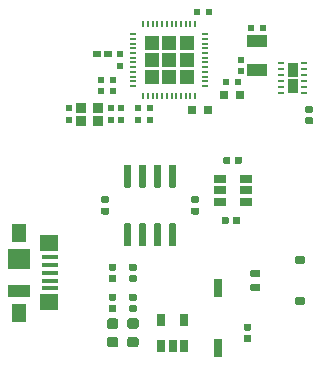
<source format=gbr>
G04 #@! TF.GenerationSoftware,KiCad,Pcbnew,(5.1.5)-3*
G04 #@! TF.CreationDate,2020-06-21T07:00:24-05:00*
G04 #@! TF.ProjectId,nrf52832_qfax-PcbDoc,6e726635-3238-4333-925f-716661782d50,rev?*
G04 #@! TF.SameCoordinates,Original*
G04 #@! TF.FileFunction,Paste,Top*
G04 #@! TF.FilePolarity,Positive*
%FSLAX46Y46*%
G04 Gerber Fmt 4.6, Leading zero omitted, Abs format (unit mm)*
G04 Created by KiCad (PCBNEW (5.1.5)-3) date 2020-06-21 07:00:24*
%MOMM*%
%LPD*%
G04 APERTURE LIST*
%ADD10O,0.650000X0.200000*%
%ADD11O,0.200000X0.650000*%
%ADD12R,1.170000X1.170000*%
%ADD13R,1.900000X1.000000*%
%ADD14R,1.900000X1.800000*%
%ADD15R,1.300000X1.650000*%
%ADD16R,1.550000X1.425000*%
%ADD17R,1.380000X0.450000*%
%ADD18R,0.760000X1.600000*%
%ADD19R,0.600000X0.500000*%
%ADD20R,0.500000X0.600000*%
%ADD21R,0.950000X0.850000*%
%ADD22R,1.800000X1.000000*%
%ADD23R,0.750000X0.800000*%
%ADD24R,0.650000X0.500000*%
%ADD25R,1.060000X0.650000*%
%ADD26R,0.650000X1.060000*%
%ADD27C,0.100000*%
%ADD28R,0.500000X0.250000*%
%ADD29R,0.950000X1.170000*%
G04 APERTURE END LIST*
D10*
X102434060Y-73086620D03*
X102434060Y-72686620D03*
X102434060Y-72286620D03*
X102434060Y-71886620D03*
X102434060Y-71486620D03*
X102434060Y-71086620D03*
X102434060Y-70686620D03*
X102434060Y-70286620D03*
X102434060Y-69886620D03*
X102434060Y-69486620D03*
X102434060Y-69086620D03*
X102434060Y-68686620D03*
D11*
X101609070Y-67861620D03*
X101209070Y-67861620D03*
X100809060Y-67861620D03*
X100409070Y-67861620D03*
X100009070Y-67861620D03*
X99609060Y-67861620D03*
X99209060Y-67861620D03*
X98809060Y-67861620D03*
X98409060Y-67861620D03*
X98009060Y-67861620D03*
X97609060Y-67861620D03*
X97209060Y-67861620D03*
D10*
X96384060Y-68686620D03*
X96384060Y-69086620D03*
X96384060Y-69486620D03*
X96384060Y-69886620D03*
X96384060Y-70286620D03*
X96384060Y-70686620D03*
X96384060Y-71086620D03*
X96384060Y-71486620D03*
X96384060Y-71886620D03*
X96384060Y-72286620D03*
X96384060Y-72686620D03*
X96384060Y-73086620D03*
D11*
X97209060Y-73911620D03*
X97609070Y-73911620D03*
X98009060Y-73911620D03*
X98409060Y-73911620D03*
X98809070Y-73911620D03*
X99209060Y-73911620D03*
X99609070Y-73911620D03*
X100009070Y-73911620D03*
X100409070Y-73911620D03*
X100809070Y-73911620D03*
X101209070Y-73911620D03*
X101609070Y-73911620D03*
D12*
X99409060Y-70886620D03*
X100879060Y-70886620D03*
X97939060Y-70886620D03*
X99409060Y-69416620D03*
X100879060Y-69416620D03*
X97939060Y-69416620D03*
X100879060Y-72356620D03*
X99409060Y-72356620D03*
X97939060Y-72356620D03*
D13*
X86684000Y-90450000D03*
D14*
X86684000Y-87750000D03*
D15*
X86684000Y-92275000D03*
X86684000Y-85525000D03*
D16*
X89259000Y-91387500D03*
X89259000Y-86412500D03*
D17*
X89344000Y-90200000D03*
X89344000Y-89550000D03*
X89344000Y-88900000D03*
X89344000Y-88250000D03*
X89344000Y-87600000D03*
D18*
X103505000Y-95250000D03*
X103505000Y-90170000D03*
D19*
X94625860Y-73502820D03*
X93625860Y-73502820D03*
D20*
X90921620Y-74984210D03*
X90921620Y-75984210D03*
D19*
X104243050Y-72766220D03*
X105243050Y-72766220D03*
D20*
X97754140Y-74986420D03*
X97754140Y-75986420D03*
X95366620Y-74984210D03*
X95366620Y-75984210D03*
D21*
X93424620Y-74909210D03*
X93424620Y-76059210D03*
X91974620Y-76059210D03*
X91974620Y-74909210D03*
D19*
X101753850Y-66797220D03*
X102753850Y-66797220D03*
X106376650Y-68194220D03*
X107376650Y-68194220D03*
D22*
X106876660Y-71755610D03*
X106876660Y-69255610D03*
D23*
X101320940Y-75103150D03*
X102670940Y-75103150D03*
D19*
X94625870Y-72613820D03*
X93625870Y-72613820D03*
D20*
X96788940Y-75984150D03*
X96788940Y-74984150D03*
X94477620Y-75984210D03*
X94477620Y-74984210D03*
X95218060Y-70386620D03*
X95218060Y-71386620D03*
D23*
X105418060Y-73807620D03*
X104068060Y-73807620D03*
D24*
X93320660Y-70378620D03*
X94270660Y-70378620D03*
D20*
X105454260Y-71843820D03*
X105454260Y-70843820D03*
D25*
X105875000Y-82865000D03*
X105875000Y-81915000D03*
X105875000Y-80965000D03*
X103675000Y-80965000D03*
X103675000Y-82865000D03*
X103675000Y-81915000D03*
D26*
X98745000Y-95080000D03*
X99695000Y-95080000D03*
X100645000Y-95080000D03*
X100645000Y-92880000D03*
X98745000Y-92880000D03*
D27*
G36*
X105421958Y-79055710D02*
G01*
X105436276Y-79057834D01*
X105450317Y-79061351D01*
X105463946Y-79066228D01*
X105477031Y-79072417D01*
X105489447Y-79079858D01*
X105501073Y-79088481D01*
X105511798Y-79098202D01*
X105521519Y-79108927D01*
X105530142Y-79120553D01*
X105537583Y-79132969D01*
X105543772Y-79146054D01*
X105548649Y-79159683D01*
X105552166Y-79173724D01*
X105554290Y-79188042D01*
X105555000Y-79202500D01*
X105555000Y-79547500D01*
X105554290Y-79561958D01*
X105552166Y-79576276D01*
X105548649Y-79590317D01*
X105543772Y-79603946D01*
X105537583Y-79617031D01*
X105530142Y-79629447D01*
X105521519Y-79641073D01*
X105511798Y-79651798D01*
X105501073Y-79661519D01*
X105489447Y-79670142D01*
X105477031Y-79677583D01*
X105463946Y-79683772D01*
X105450317Y-79688649D01*
X105436276Y-79692166D01*
X105421958Y-79694290D01*
X105407500Y-79695000D01*
X105112500Y-79695000D01*
X105098042Y-79694290D01*
X105083724Y-79692166D01*
X105069683Y-79688649D01*
X105056054Y-79683772D01*
X105042969Y-79677583D01*
X105030553Y-79670142D01*
X105018927Y-79661519D01*
X105008202Y-79651798D01*
X104998481Y-79641073D01*
X104989858Y-79629447D01*
X104982417Y-79617031D01*
X104976228Y-79603946D01*
X104971351Y-79590317D01*
X104967834Y-79576276D01*
X104965710Y-79561958D01*
X104965000Y-79547500D01*
X104965000Y-79202500D01*
X104965710Y-79188042D01*
X104967834Y-79173724D01*
X104971351Y-79159683D01*
X104976228Y-79146054D01*
X104982417Y-79132969D01*
X104989858Y-79120553D01*
X104998481Y-79108927D01*
X105008202Y-79098202D01*
X105018927Y-79088481D01*
X105030553Y-79079858D01*
X105042969Y-79072417D01*
X105056054Y-79066228D01*
X105069683Y-79061351D01*
X105083724Y-79057834D01*
X105098042Y-79055710D01*
X105112500Y-79055000D01*
X105407500Y-79055000D01*
X105421958Y-79055710D01*
G37*
G36*
X104451958Y-79055710D02*
G01*
X104466276Y-79057834D01*
X104480317Y-79061351D01*
X104493946Y-79066228D01*
X104507031Y-79072417D01*
X104519447Y-79079858D01*
X104531073Y-79088481D01*
X104541798Y-79098202D01*
X104551519Y-79108927D01*
X104560142Y-79120553D01*
X104567583Y-79132969D01*
X104573772Y-79146054D01*
X104578649Y-79159683D01*
X104582166Y-79173724D01*
X104584290Y-79188042D01*
X104585000Y-79202500D01*
X104585000Y-79547500D01*
X104584290Y-79561958D01*
X104582166Y-79576276D01*
X104578649Y-79590317D01*
X104573772Y-79603946D01*
X104567583Y-79617031D01*
X104560142Y-79629447D01*
X104551519Y-79641073D01*
X104541798Y-79651798D01*
X104531073Y-79661519D01*
X104519447Y-79670142D01*
X104507031Y-79677583D01*
X104493946Y-79683772D01*
X104480317Y-79688649D01*
X104466276Y-79692166D01*
X104451958Y-79694290D01*
X104437500Y-79695000D01*
X104142500Y-79695000D01*
X104128042Y-79694290D01*
X104113724Y-79692166D01*
X104099683Y-79688649D01*
X104086054Y-79683772D01*
X104072969Y-79677583D01*
X104060553Y-79670142D01*
X104048927Y-79661519D01*
X104038202Y-79651798D01*
X104028481Y-79641073D01*
X104019858Y-79629447D01*
X104012417Y-79617031D01*
X104006228Y-79603946D01*
X104001351Y-79590317D01*
X103997834Y-79576276D01*
X103995710Y-79561958D01*
X103995000Y-79547500D01*
X103995000Y-79202500D01*
X103995710Y-79188042D01*
X103997834Y-79173724D01*
X104001351Y-79159683D01*
X104006228Y-79146054D01*
X104012417Y-79132969D01*
X104019858Y-79120553D01*
X104028481Y-79108927D01*
X104038202Y-79098202D01*
X104048927Y-79088481D01*
X104060553Y-79079858D01*
X104072969Y-79072417D01*
X104086054Y-79066228D01*
X104099683Y-79061351D01*
X104113724Y-79057834D01*
X104128042Y-79055710D01*
X104142500Y-79055000D01*
X104437500Y-79055000D01*
X104451958Y-79055710D01*
G37*
G36*
X94801958Y-89090710D02*
G01*
X94816276Y-89092834D01*
X94830317Y-89096351D01*
X94843946Y-89101228D01*
X94857031Y-89107417D01*
X94869447Y-89114858D01*
X94881073Y-89123481D01*
X94891798Y-89133202D01*
X94901519Y-89143927D01*
X94910142Y-89155553D01*
X94917583Y-89167969D01*
X94923772Y-89181054D01*
X94928649Y-89194683D01*
X94932166Y-89208724D01*
X94934290Y-89223042D01*
X94935000Y-89237500D01*
X94935000Y-89532500D01*
X94934290Y-89546958D01*
X94932166Y-89561276D01*
X94928649Y-89575317D01*
X94923772Y-89588946D01*
X94917583Y-89602031D01*
X94910142Y-89614447D01*
X94901519Y-89626073D01*
X94891798Y-89636798D01*
X94881073Y-89646519D01*
X94869447Y-89655142D01*
X94857031Y-89662583D01*
X94843946Y-89668772D01*
X94830317Y-89673649D01*
X94816276Y-89677166D01*
X94801958Y-89679290D01*
X94787500Y-89680000D01*
X94442500Y-89680000D01*
X94428042Y-89679290D01*
X94413724Y-89677166D01*
X94399683Y-89673649D01*
X94386054Y-89668772D01*
X94372969Y-89662583D01*
X94360553Y-89655142D01*
X94348927Y-89646519D01*
X94338202Y-89636798D01*
X94328481Y-89626073D01*
X94319858Y-89614447D01*
X94312417Y-89602031D01*
X94306228Y-89588946D01*
X94301351Y-89575317D01*
X94297834Y-89561276D01*
X94295710Y-89546958D01*
X94295000Y-89532500D01*
X94295000Y-89237500D01*
X94295710Y-89223042D01*
X94297834Y-89208724D01*
X94301351Y-89194683D01*
X94306228Y-89181054D01*
X94312417Y-89167969D01*
X94319858Y-89155553D01*
X94328481Y-89143927D01*
X94338202Y-89133202D01*
X94348927Y-89123481D01*
X94360553Y-89114858D01*
X94372969Y-89107417D01*
X94386054Y-89101228D01*
X94399683Y-89096351D01*
X94413724Y-89092834D01*
X94428042Y-89090710D01*
X94442500Y-89090000D01*
X94787500Y-89090000D01*
X94801958Y-89090710D01*
G37*
G36*
X94801958Y-88120710D02*
G01*
X94816276Y-88122834D01*
X94830317Y-88126351D01*
X94843946Y-88131228D01*
X94857031Y-88137417D01*
X94869447Y-88144858D01*
X94881073Y-88153481D01*
X94891798Y-88163202D01*
X94901519Y-88173927D01*
X94910142Y-88185553D01*
X94917583Y-88197969D01*
X94923772Y-88211054D01*
X94928649Y-88224683D01*
X94932166Y-88238724D01*
X94934290Y-88253042D01*
X94935000Y-88267500D01*
X94935000Y-88562500D01*
X94934290Y-88576958D01*
X94932166Y-88591276D01*
X94928649Y-88605317D01*
X94923772Y-88618946D01*
X94917583Y-88632031D01*
X94910142Y-88644447D01*
X94901519Y-88656073D01*
X94891798Y-88666798D01*
X94881073Y-88676519D01*
X94869447Y-88685142D01*
X94857031Y-88692583D01*
X94843946Y-88698772D01*
X94830317Y-88703649D01*
X94816276Y-88707166D01*
X94801958Y-88709290D01*
X94787500Y-88710000D01*
X94442500Y-88710000D01*
X94428042Y-88709290D01*
X94413724Y-88707166D01*
X94399683Y-88703649D01*
X94386054Y-88698772D01*
X94372969Y-88692583D01*
X94360553Y-88685142D01*
X94348927Y-88676519D01*
X94338202Y-88666798D01*
X94328481Y-88656073D01*
X94319858Y-88644447D01*
X94312417Y-88632031D01*
X94306228Y-88618946D01*
X94301351Y-88605317D01*
X94297834Y-88591276D01*
X94295710Y-88576958D01*
X94295000Y-88562500D01*
X94295000Y-88267500D01*
X94295710Y-88253042D01*
X94297834Y-88238724D01*
X94301351Y-88224683D01*
X94306228Y-88211054D01*
X94312417Y-88197969D01*
X94319858Y-88185553D01*
X94328481Y-88173927D01*
X94338202Y-88163202D01*
X94348927Y-88153481D01*
X94360553Y-88144858D01*
X94372969Y-88137417D01*
X94386054Y-88131228D01*
X94399683Y-88126351D01*
X94413724Y-88122834D01*
X94428042Y-88120710D01*
X94442500Y-88120000D01*
X94787500Y-88120000D01*
X94801958Y-88120710D01*
G37*
G36*
X106231958Y-94170710D02*
G01*
X106246276Y-94172834D01*
X106260317Y-94176351D01*
X106273946Y-94181228D01*
X106287031Y-94187417D01*
X106299447Y-94194858D01*
X106311073Y-94203481D01*
X106321798Y-94213202D01*
X106331519Y-94223927D01*
X106340142Y-94235553D01*
X106347583Y-94247969D01*
X106353772Y-94261054D01*
X106358649Y-94274683D01*
X106362166Y-94288724D01*
X106364290Y-94303042D01*
X106365000Y-94317500D01*
X106365000Y-94612500D01*
X106364290Y-94626958D01*
X106362166Y-94641276D01*
X106358649Y-94655317D01*
X106353772Y-94668946D01*
X106347583Y-94682031D01*
X106340142Y-94694447D01*
X106331519Y-94706073D01*
X106321798Y-94716798D01*
X106311073Y-94726519D01*
X106299447Y-94735142D01*
X106287031Y-94742583D01*
X106273946Y-94748772D01*
X106260317Y-94753649D01*
X106246276Y-94757166D01*
X106231958Y-94759290D01*
X106217500Y-94760000D01*
X105872500Y-94760000D01*
X105858042Y-94759290D01*
X105843724Y-94757166D01*
X105829683Y-94753649D01*
X105816054Y-94748772D01*
X105802969Y-94742583D01*
X105790553Y-94735142D01*
X105778927Y-94726519D01*
X105768202Y-94716798D01*
X105758481Y-94706073D01*
X105749858Y-94694447D01*
X105742417Y-94682031D01*
X105736228Y-94668946D01*
X105731351Y-94655317D01*
X105727834Y-94641276D01*
X105725710Y-94626958D01*
X105725000Y-94612500D01*
X105725000Y-94317500D01*
X105725710Y-94303042D01*
X105727834Y-94288724D01*
X105731351Y-94274683D01*
X105736228Y-94261054D01*
X105742417Y-94247969D01*
X105749858Y-94235553D01*
X105758481Y-94223927D01*
X105768202Y-94213202D01*
X105778927Y-94203481D01*
X105790553Y-94194858D01*
X105802969Y-94187417D01*
X105816054Y-94181228D01*
X105829683Y-94176351D01*
X105843724Y-94172834D01*
X105858042Y-94170710D01*
X105872500Y-94170000D01*
X106217500Y-94170000D01*
X106231958Y-94170710D01*
G37*
G36*
X106231958Y-93200710D02*
G01*
X106246276Y-93202834D01*
X106260317Y-93206351D01*
X106273946Y-93211228D01*
X106287031Y-93217417D01*
X106299447Y-93224858D01*
X106311073Y-93233481D01*
X106321798Y-93243202D01*
X106331519Y-93253927D01*
X106340142Y-93265553D01*
X106347583Y-93277969D01*
X106353772Y-93291054D01*
X106358649Y-93304683D01*
X106362166Y-93318724D01*
X106364290Y-93333042D01*
X106365000Y-93347500D01*
X106365000Y-93642500D01*
X106364290Y-93656958D01*
X106362166Y-93671276D01*
X106358649Y-93685317D01*
X106353772Y-93698946D01*
X106347583Y-93712031D01*
X106340142Y-93724447D01*
X106331519Y-93736073D01*
X106321798Y-93746798D01*
X106311073Y-93756519D01*
X106299447Y-93765142D01*
X106287031Y-93772583D01*
X106273946Y-93778772D01*
X106260317Y-93783649D01*
X106246276Y-93787166D01*
X106231958Y-93789290D01*
X106217500Y-93790000D01*
X105872500Y-93790000D01*
X105858042Y-93789290D01*
X105843724Y-93787166D01*
X105829683Y-93783649D01*
X105816054Y-93778772D01*
X105802969Y-93772583D01*
X105790553Y-93765142D01*
X105778927Y-93756519D01*
X105768202Y-93746798D01*
X105758481Y-93736073D01*
X105749858Y-93724447D01*
X105742417Y-93712031D01*
X105736228Y-93698946D01*
X105731351Y-93685317D01*
X105727834Y-93671276D01*
X105725710Y-93656958D01*
X105725000Y-93642500D01*
X105725000Y-93347500D01*
X105725710Y-93333042D01*
X105727834Y-93318724D01*
X105731351Y-93304683D01*
X105736228Y-93291054D01*
X105742417Y-93277969D01*
X105749858Y-93265553D01*
X105758481Y-93253927D01*
X105768202Y-93243202D01*
X105778927Y-93233481D01*
X105790553Y-93224858D01*
X105802969Y-93217417D01*
X105816054Y-93211228D01*
X105829683Y-93206351D01*
X105843724Y-93202834D01*
X105858042Y-93200710D01*
X105872500Y-93200000D01*
X106217500Y-93200000D01*
X106231958Y-93200710D01*
G37*
G36*
X94892691Y-92756053D02*
G01*
X94913926Y-92759203D01*
X94934750Y-92764419D01*
X94954962Y-92771651D01*
X94974368Y-92780830D01*
X94992781Y-92791866D01*
X95010024Y-92804654D01*
X95025930Y-92819070D01*
X95040346Y-92834976D01*
X95053134Y-92852219D01*
X95064170Y-92870632D01*
X95073349Y-92890038D01*
X95080581Y-92910250D01*
X95085797Y-92931074D01*
X95088947Y-92952309D01*
X95090000Y-92973750D01*
X95090000Y-93411250D01*
X95088947Y-93432691D01*
X95085797Y-93453926D01*
X95080581Y-93474750D01*
X95073349Y-93494962D01*
X95064170Y-93514368D01*
X95053134Y-93532781D01*
X95040346Y-93550024D01*
X95025930Y-93565930D01*
X95010024Y-93580346D01*
X94992781Y-93593134D01*
X94974368Y-93604170D01*
X94954962Y-93613349D01*
X94934750Y-93620581D01*
X94913926Y-93625797D01*
X94892691Y-93628947D01*
X94871250Y-93630000D01*
X94358750Y-93630000D01*
X94337309Y-93628947D01*
X94316074Y-93625797D01*
X94295250Y-93620581D01*
X94275038Y-93613349D01*
X94255632Y-93604170D01*
X94237219Y-93593134D01*
X94219976Y-93580346D01*
X94204070Y-93565930D01*
X94189654Y-93550024D01*
X94176866Y-93532781D01*
X94165830Y-93514368D01*
X94156651Y-93494962D01*
X94149419Y-93474750D01*
X94144203Y-93453926D01*
X94141053Y-93432691D01*
X94140000Y-93411250D01*
X94140000Y-92973750D01*
X94141053Y-92952309D01*
X94144203Y-92931074D01*
X94149419Y-92910250D01*
X94156651Y-92890038D01*
X94165830Y-92870632D01*
X94176866Y-92852219D01*
X94189654Y-92834976D01*
X94204070Y-92819070D01*
X94219976Y-92804654D01*
X94237219Y-92791866D01*
X94255632Y-92780830D01*
X94275038Y-92771651D01*
X94295250Y-92764419D01*
X94316074Y-92759203D01*
X94337309Y-92756053D01*
X94358750Y-92755000D01*
X94871250Y-92755000D01*
X94892691Y-92756053D01*
G37*
G36*
X94892691Y-94331053D02*
G01*
X94913926Y-94334203D01*
X94934750Y-94339419D01*
X94954962Y-94346651D01*
X94974368Y-94355830D01*
X94992781Y-94366866D01*
X95010024Y-94379654D01*
X95025930Y-94394070D01*
X95040346Y-94409976D01*
X95053134Y-94427219D01*
X95064170Y-94445632D01*
X95073349Y-94465038D01*
X95080581Y-94485250D01*
X95085797Y-94506074D01*
X95088947Y-94527309D01*
X95090000Y-94548750D01*
X95090000Y-94986250D01*
X95088947Y-95007691D01*
X95085797Y-95028926D01*
X95080581Y-95049750D01*
X95073349Y-95069962D01*
X95064170Y-95089368D01*
X95053134Y-95107781D01*
X95040346Y-95125024D01*
X95025930Y-95140930D01*
X95010024Y-95155346D01*
X94992781Y-95168134D01*
X94974368Y-95179170D01*
X94954962Y-95188349D01*
X94934750Y-95195581D01*
X94913926Y-95200797D01*
X94892691Y-95203947D01*
X94871250Y-95205000D01*
X94358750Y-95205000D01*
X94337309Y-95203947D01*
X94316074Y-95200797D01*
X94295250Y-95195581D01*
X94275038Y-95188349D01*
X94255632Y-95179170D01*
X94237219Y-95168134D01*
X94219976Y-95155346D01*
X94204070Y-95140930D01*
X94189654Y-95125024D01*
X94176866Y-95107781D01*
X94165830Y-95089368D01*
X94156651Y-95069962D01*
X94149419Y-95049750D01*
X94144203Y-95028926D01*
X94141053Y-95007691D01*
X94140000Y-94986250D01*
X94140000Y-94548750D01*
X94141053Y-94527309D01*
X94144203Y-94506074D01*
X94149419Y-94485250D01*
X94156651Y-94465038D01*
X94165830Y-94445632D01*
X94176866Y-94427219D01*
X94189654Y-94409976D01*
X94204070Y-94394070D01*
X94219976Y-94379654D01*
X94237219Y-94366866D01*
X94255632Y-94355830D01*
X94275038Y-94346651D01*
X94295250Y-94339419D01*
X94316074Y-94334203D01*
X94337309Y-94331053D01*
X94358750Y-94330000D01*
X94871250Y-94330000D01*
X94892691Y-94331053D01*
G37*
G36*
X96619891Y-92756053D02*
G01*
X96641126Y-92759203D01*
X96661950Y-92764419D01*
X96682162Y-92771651D01*
X96701568Y-92780830D01*
X96719981Y-92791866D01*
X96737224Y-92804654D01*
X96753130Y-92819070D01*
X96767546Y-92834976D01*
X96780334Y-92852219D01*
X96791370Y-92870632D01*
X96800549Y-92890038D01*
X96807781Y-92910250D01*
X96812997Y-92931074D01*
X96816147Y-92952309D01*
X96817200Y-92973750D01*
X96817200Y-93411250D01*
X96816147Y-93432691D01*
X96812997Y-93453926D01*
X96807781Y-93474750D01*
X96800549Y-93494962D01*
X96791370Y-93514368D01*
X96780334Y-93532781D01*
X96767546Y-93550024D01*
X96753130Y-93565930D01*
X96737224Y-93580346D01*
X96719981Y-93593134D01*
X96701568Y-93604170D01*
X96682162Y-93613349D01*
X96661950Y-93620581D01*
X96641126Y-93625797D01*
X96619891Y-93628947D01*
X96598450Y-93630000D01*
X96085950Y-93630000D01*
X96064509Y-93628947D01*
X96043274Y-93625797D01*
X96022450Y-93620581D01*
X96002238Y-93613349D01*
X95982832Y-93604170D01*
X95964419Y-93593134D01*
X95947176Y-93580346D01*
X95931270Y-93565930D01*
X95916854Y-93550024D01*
X95904066Y-93532781D01*
X95893030Y-93514368D01*
X95883851Y-93494962D01*
X95876619Y-93474750D01*
X95871403Y-93453926D01*
X95868253Y-93432691D01*
X95867200Y-93411250D01*
X95867200Y-92973750D01*
X95868253Y-92952309D01*
X95871403Y-92931074D01*
X95876619Y-92910250D01*
X95883851Y-92890038D01*
X95893030Y-92870632D01*
X95904066Y-92852219D01*
X95916854Y-92834976D01*
X95931270Y-92819070D01*
X95947176Y-92804654D01*
X95964419Y-92791866D01*
X95982832Y-92780830D01*
X96002238Y-92771651D01*
X96022450Y-92764419D01*
X96043274Y-92759203D01*
X96064509Y-92756053D01*
X96085950Y-92755000D01*
X96598450Y-92755000D01*
X96619891Y-92756053D01*
G37*
G36*
X96619891Y-94331053D02*
G01*
X96641126Y-94334203D01*
X96661950Y-94339419D01*
X96682162Y-94346651D01*
X96701568Y-94355830D01*
X96719981Y-94366866D01*
X96737224Y-94379654D01*
X96753130Y-94394070D01*
X96767546Y-94409976D01*
X96780334Y-94427219D01*
X96791370Y-94445632D01*
X96800549Y-94465038D01*
X96807781Y-94485250D01*
X96812997Y-94506074D01*
X96816147Y-94527309D01*
X96817200Y-94548750D01*
X96817200Y-94986250D01*
X96816147Y-95007691D01*
X96812997Y-95028926D01*
X96807781Y-95049750D01*
X96800549Y-95069962D01*
X96791370Y-95089368D01*
X96780334Y-95107781D01*
X96767546Y-95125024D01*
X96753130Y-95140930D01*
X96737224Y-95155346D01*
X96719981Y-95168134D01*
X96701568Y-95179170D01*
X96682162Y-95188349D01*
X96661950Y-95195581D01*
X96641126Y-95200797D01*
X96619891Y-95203947D01*
X96598450Y-95205000D01*
X96085950Y-95205000D01*
X96064509Y-95203947D01*
X96043274Y-95200797D01*
X96022450Y-95195581D01*
X96002238Y-95188349D01*
X95982832Y-95179170D01*
X95964419Y-95168134D01*
X95947176Y-95155346D01*
X95931270Y-95140930D01*
X95916854Y-95125024D01*
X95904066Y-95107781D01*
X95893030Y-95089368D01*
X95883851Y-95069962D01*
X95876619Y-95049750D01*
X95871403Y-95028926D01*
X95868253Y-95007691D01*
X95867200Y-94986250D01*
X95867200Y-94548750D01*
X95868253Y-94527309D01*
X95871403Y-94506074D01*
X95876619Y-94485250D01*
X95883851Y-94465038D01*
X95893030Y-94445632D01*
X95904066Y-94427219D01*
X95916854Y-94409976D01*
X95931270Y-94394070D01*
X95947176Y-94379654D01*
X95964419Y-94366866D01*
X95982832Y-94355830D01*
X96002238Y-94346651D01*
X96022450Y-94339419D01*
X96043274Y-94334203D01*
X96064509Y-94331053D01*
X96085950Y-94330000D01*
X96598450Y-94330000D01*
X96619891Y-94331053D01*
G37*
G36*
X106999703Y-89835722D02*
G01*
X107014264Y-89837882D01*
X107028543Y-89841459D01*
X107042403Y-89846418D01*
X107055710Y-89852712D01*
X107068336Y-89860280D01*
X107080159Y-89869048D01*
X107091066Y-89878934D01*
X107100952Y-89889841D01*
X107109720Y-89901664D01*
X107117288Y-89914290D01*
X107123582Y-89927597D01*
X107128541Y-89941457D01*
X107132118Y-89955736D01*
X107134278Y-89970297D01*
X107135000Y-89985000D01*
X107135000Y-90285000D01*
X107134278Y-90299703D01*
X107132118Y-90314264D01*
X107128541Y-90328543D01*
X107123582Y-90342403D01*
X107117288Y-90355710D01*
X107109720Y-90368336D01*
X107100952Y-90380159D01*
X107091066Y-90391066D01*
X107080159Y-90400952D01*
X107068336Y-90409720D01*
X107055710Y-90417288D01*
X107042403Y-90423582D01*
X107028543Y-90428541D01*
X107014264Y-90432118D01*
X106999703Y-90434278D01*
X106985000Y-90435000D01*
X106435000Y-90435000D01*
X106420297Y-90434278D01*
X106405736Y-90432118D01*
X106391457Y-90428541D01*
X106377597Y-90423582D01*
X106364290Y-90417288D01*
X106351664Y-90409720D01*
X106339841Y-90400952D01*
X106328934Y-90391066D01*
X106319048Y-90380159D01*
X106310280Y-90368336D01*
X106302712Y-90355710D01*
X106296418Y-90342403D01*
X106291459Y-90328543D01*
X106287882Y-90314264D01*
X106285722Y-90299703D01*
X106285000Y-90285000D01*
X106285000Y-89985000D01*
X106285722Y-89970297D01*
X106287882Y-89955736D01*
X106291459Y-89941457D01*
X106296418Y-89927597D01*
X106302712Y-89914290D01*
X106310280Y-89901664D01*
X106319048Y-89889841D01*
X106328934Y-89878934D01*
X106339841Y-89869048D01*
X106351664Y-89860280D01*
X106364290Y-89852712D01*
X106377597Y-89846418D01*
X106391457Y-89841459D01*
X106405736Y-89837882D01*
X106420297Y-89835722D01*
X106435000Y-89835000D01*
X106985000Y-89835000D01*
X106999703Y-89835722D01*
G37*
G36*
X106999703Y-88635722D02*
G01*
X107014264Y-88637882D01*
X107028543Y-88641459D01*
X107042403Y-88646418D01*
X107055710Y-88652712D01*
X107068336Y-88660280D01*
X107080159Y-88669048D01*
X107091066Y-88678934D01*
X107100952Y-88689841D01*
X107109720Y-88701664D01*
X107117288Y-88714290D01*
X107123582Y-88727597D01*
X107128541Y-88741457D01*
X107132118Y-88755736D01*
X107134278Y-88770297D01*
X107135000Y-88785000D01*
X107135000Y-89085000D01*
X107134278Y-89099703D01*
X107132118Y-89114264D01*
X107128541Y-89128543D01*
X107123582Y-89142403D01*
X107117288Y-89155710D01*
X107109720Y-89168336D01*
X107100952Y-89180159D01*
X107091066Y-89191066D01*
X107080159Y-89200952D01*
X107068336Y-89209720D01*
X107055710Y-89217288D01*
X107042403Y-89223582D01*
X107028543Y-89228541D01*
X107014264Y-89232118D01*
X106999703Y-89234278D01*
X106985000Y-89235000D01*
X106435000Y-89235000D01*
X106420297Y-89234278D01*
X106405736Y-89232118D01*
X106391457Y-89228541D01*
X106377597Y-89223582D01*
X106364290Y-89217288D01*
X106351664Y-89209720D01*
X106339841Y-89200952D01*
X106328934Y-89191066D01*
X106319048Y-89180159D01*
X106310280Y-89168336D01*
X106302712Y-89155710D01*
X106296418Y-89142403D01*
X106291459Y-89128543D01*
X106287882Y-89114264D01*
X106285722Y-89099703D01*
X106285000Y-89085000D01*
X106285000Y-88785000D01*
X106285722Y-88770297D01*
X106287882Y-88755736D01*
X106291459Y-88741457D01*
X106296418Y-88727597D01*
X106302712Y-88714290D01*
X106310280Y-88701664D01*
X106319048Y-88689841D01*
X106328934Y-88678934D01*
X106339841Y-88669048D01*
X106351664Y-88660280D01*
X106364290Y-88652712D01*
X106377597Y-88646418D01*
X106391457Y-88641459D01*
X106405736Y-88637882D01*
X106420297Y-88635722D01*
X106435000Y-88635000D01*
X106985000Y-88635000D01*
X106999703Y-88635722D01*
G37*
G36*
X110727153Y-90935843D02*
G01*
X110744141Y-90938363D01*
X110760800Y-90942535D01*
X110776970Y-90948321D01*
X110792494Y-90955664D01*
X110807225Y-90964493D01*
X110821019Y-90974723D01*
X110833744Y-90986256D01*
X110845277Y-90998981D01*
X110855507Y-91012775D01*
X110864336Y-91027506D01*
X110871679Y-91043030D01*
X110877465Y-91059200D01*
X110881637Y-91075859D01*
X110884157Y-91092847D01*
X110885000Y-91110000D01*
X110885000Y-91460000D01*
X110884157Y-91477153D01*
X110881637Y-91494141D01*
X110877465Y-91510800D01*
X110871679Y-91526970D01*
X110864336Y-91542494D01*
X110855507Y-91557225D01*
X110845277Y-91571019D01*
X110833744Y-91583744D01*
X110821019Y-91595277D01*
X110807225Y-91605507D01*
X110792494Y-91614336D01*
X110776970Y-91621679D01*
X110760800Y-91627465D01*
X110744141Y-91631637D01*
X110727153Y-91634157D01*
X110710000Y-91635000D01*
X110260000Y-91635000D01*
X110242847Y-91634157D01*
X110225859Y-91631637D01*
X110209200Y-91627465D01*
X110193030Y-91621679D01*
X110177506Y-91614336D01*
X110162775Y-91605507D01*
X110148981Y-91595277D01*
X110136256Y-91583744D01*
X110124723Y-91571019D01*
X110114493Y-91557225D01*
X110105664Y-91542494D01*
X110098321Y-91526970D01*
X110092535Y-91510800D01*
X110088363Y-91494141D01*
X110085843Y-91477153D01*
X110085000Y-91460000D01*
X110085000Y-91110000D01*
X110085843Y-91092847D01*
X110088363Y-91075859D01*
X110092535Y-91059200D01*
X110098321Y-91043030D01*
X110105664Y-91027506D01*
X110114493Y-91012775D01*
X110124723Y-90998981D01*
X110136256Y-90986256D01*
X110148981Y-90974723D01*
X110162775Y-90964493D01*
X110177506Y-90955664D01*
X110193030Y-90948321D01*
X110209200Y-90942535D01*
X110225859Y-90938363D01*
X110242847Y-90935843D01*
X110260000Y-90935000D01*
X110710000Y-90935000D01*
X110727153Y-90935843D01*
G37*
G36*
X110727153Y-87435843D02*
G01*
X110744141Y-87438363D01*
X110760800Y-87442535D01*
X110776970Y-87448321D01*
X110792494Y-87455664D01*
X110807225Y-87464493D01*
X110821019Y-87474723D01*
X110833744Y-87486256D01*
X110845277Y-87498981D01*
X110855507Y-87512775D01*
X110864336Y-87527506D01*
X110871679Y-87543030D01*
X110877465Y-87559200D01*
X110881637Y-87575859D01*
X110884157Y-87592847D01*
X110885000Y-87610000D01*
X110885000Y-87960000D01*
X110884157Y-87977153D01*
X110881637Y-87994141D01*
X110877465Y-88010800D01*
X110871679Y-88026970D01*
X110864336Y-88042494D01*
X110855507Y-88057225D01*
X110845277Y-88071019D01*
X110833744Y-88083744D01*
X110821019Y-88095277D01*
X110807225Y-88105507D01*
X110792494Y-88114336D01*
X110776970Y-88121679D01*
X110760800Y-88127465D01*
X110744141Y-88131637D01*
X110727153Y-88134157D01*
X110710000Y-88135000D01*
X110260000Y-88135000D01*
X110242847Y-88134157D01*
X110225859Y-88131637D01*
X110209200Y-88127465D01*
X110193030Y-88121679D01*
X110177506Y-88114336D01*
X110162775Y-88105507D01*
X110148981Y-88095277D01*
X110136256Y-88083744D01*
X110124723Y-88071019D01*
X110114493Y-88057225D01*
X110105664Y-88042494D01*
X110098321Y-88026970D01*
X110092535Y-88010800D01*
X110088363Y-87994141D01*
X110085843Y-87977153D01*
X110085000Y-87960000D01*
X110085000Y-87610000D01*
X110085843Y-87592847D01*
X110088363Y-87575859D01*
X110092535Y-87559200D01*
X110098321Y-87543030D01*
X110105664Y-87527506D01*
X110114493Y-87512775D01*
X110124723Y-87498981D01*
X110136256Y-87486256D01*
X110148981Y-87474723D01*
X110162775Y-87464493D01*
X110177506Y-87455664D01*
X110193030Y-87448321D01*
X110209200Y-87442535D01*
X110225859Y-87438363D01*
X110242847Y-87435843D01*
X110260000Y-87435000D01*
X110710000Y-87435000D01*
X110727153Y-87435843D01*
G37*
G36*
X104301958Y-84135710D02*
G01*
X104316276Y-84137834D01*
X104330317Y-84141351D01*
X104343946Y-84146228D01*
X104357031Y-84152417D01*
X104369447Y-84159858D01*
X104381073Y-84168481D01*
X104391798Y-84178202D01*
X104401519Y-84188927D01*
X104410142Y-84200553D01*
X104417583Y-84212969D01*
X104423772Y-84226054D01*
X104428649Y-84239683D01*
X104432166Y-84253724D01*
X104434290Y-84268042D01*
X104435000Y-84282500D01*
X104435000Y-84627500D01*
X104434290Y-84641958D01*
X104432166Y-84656276D01*
X104428649Y-84670317D01*
X104423772Y-84683946D01*
X104417583Y-84697031D01*
X104410142Y-84709447D01*
X104401519Y-84721073D01*
X104391798Y-84731798D01*
X104381073Y-84741519D01*
X104369447Y-84750142D01*
X104357031Y-84757583D01*
X104343946Y-84763772D01*
X104330317Y-84768649D01*
X104316276Y-84772166D01*
X104301958Y-84774290D01*
X104287500Y-84775000D01*
X103992500Y-84775000D01*
X103978042Y-84774290D01*
X103963724Y-84772166D01*
X103949683Y-84768649D01*
X103936054Y-84763772D01*
X103922969Y-84757583D01*
X103910553Y-84750142D01*
X103898927Y-84741519D01*
X103888202Y-84731798D01*
X103878481Y-84721073D01*
X103869858Y-84709447D01*
X103862417Y-84697031D01*
X103856228Y-84683946D01*
X103851351Y-84670317D01*
X103847834Y-84656276D01*
X103845710Y-84641958D01*
X103845000Y-84627500D01*
X103845000Y-84282500D01*
X103845710Y-84268042D01*
X103847834Y-84253724D01*
X103851351Y-84239683D01*
X103856228Y-84226054D01*
X103862417Y-84212969D01*
X103869858Y-84200553D01*
X103878481Y-84188927D01*
X103888202Y-84178202D01*
X103898927Y-84168481D01*
X103910553Y-84159858D01*
X103922969Y-84152417D01*
X103936054Y-84146228D01*
X103949683Y-84141351D01*
X103963724Y-84137834D01*
X103978042Y-84135710D01*
X103992500Y-84135000D01*
X104287500Y-84135000D01*
X104301958Y-84135710D01*
G37*
G36*
X105271958Y-84135710D02*
G01*
X105286276Y-84137834D01*
X105300317Y-84141351D01*
X105313946Y-84146228D01*
X105327031Y-84152417D01*
X105339447Y-84159858D01*
X105351073Y-84168481D01*
X105361798Y-84178202D01*
X105371519Y-84188927D01*
X105380142Y-84200553D01*
X105387583Y-84212969D01*
X105393772Y-84226054D01*
X105398649Y-84239683D01*
X105402166Y-84253724D01*
X105404290Y-84268042D01*
X105405000Y-84282500D01*
X105405000Y-84627500D01*
X105404290Y-84641958D01*
X105402166Y-84656276D01*
X105398649Y-84670317D01*
X105393772Y-84683946D01*
X105387583Y-84697031D01*
X105380142Y-84709447D01*
X105371519Y-84721073D01*
X105361798Y-84731798D01*
X105351073Y-84741519D01*
X105339447Y-84750142D01*
X105327031Y-84757583D01*
X105313946Y-84763772D01*
X105300317Y-84768649D01*
X105286276Y-84772166D01*
X105271958Y-84774290D01*
X105257500Y-84775000D01*
X104962500Y-84775000D01*
X104948042Y-84774290D01*
X104933724Y-84772166D01*
X104919683Y-84768649D01*
X104906054Y-84763772D01*
X104892969Y-84757583D01*
X104880553Y-84750142D01*
X104868927Y-84741519D01*
X104858202Y-84731798D01*
X104848481Y-84721073D01*
X104839858Y-84709447D01*
X104832417Y-84697031D01*
X104826228Y-84683946D01*
X104821351Y-84670317D01*
X104817834Y-84656276D01*
X104815710Y-84641958D01*
X104815000Y-84627500D01*
X104815000Y-84282500D01*
X104815710Y-84268042D01*
X104817834Y-84253724D01*
X104821351Y-84239683D01*
X104826228Y-84226054D01*
X104832417Y-84212969D01*
X104839858Y-84200553D01*
X104848481Y-84188927D01*
X104858202Y-84178202D01*
X104868927Y-84168481D01*
X104880553Y-84159858D01*
X104892969Y-84152417D01*
X104906054Y-84146228D01*
X104919683Y-84141351D01*
X104933724Y-84137834D01*
X104948042Y-84135710D01*
X104962500Y-84135000D01*
X105257500Y-84135000D01*
X105271958Y-84135710D01*
G37*
G36*
X101786958Y-82405710D02*
G01*
X101801276Y-82407834D01*
X101815317Y-82411351D01*
X101828946Y-82416228D01*
X101842031Y-82422417D01*
X101854447Y-82429858D01*
X101866073Y-82438481D01*
X101876798Y-82448202D01*
X101886519Y-82458927D01*
X101895142Y-82470553D01*
X101902583Y-82482969D01*
X101908772Y-82496054D01*
X101913649Y-82509683D01*
X101917166Y-82523724D01*
X101919290Y-82538042D01*
X101920000Y-82552500D01*
X101920000Y-82847500D01*
X101919290Y-82861958D01*
X101917166Y-82876276D01*
X101913649Y-82890317D01*
X101908772Y-82903946D01*
X101902583Y-82917031D01*
X101895142Y-82929447D01*
X101886519Y-82941073D01*
X101876798Y-82951798D01*
X101866073Y-82961519D01*
X101854447Y-82970142D01*
X101842031Y-82977583D01*
X101828946Y-82983772D01*
X101815317Y-82988649D01*
X101801276Y-82992166D01*
X101786958Y-82994290D01*
X101772500Y-82995000D01*
X101427500Y-82995000D01*
X101413042Y-82994290D01*
X101398724Y-82992166D01*
X101384683Y-82988649D01*
X101371054Y-82983772D01*
X101357969Y-82977583D01*
X101345553Y-82970142D01*
X101333927Y-82961519D01*
X101323202Y-82951798D01*
X101313481Y-82941073D01*
X101304858Y-82929447D01*
X101297417Y-82917031D01*
X101291228Y-82903946D01*
X101286351Y-82890317D01*
X101282834Y-82876276D01*
X101280710Y-82861958D01*
X101280000Y-82847500D01*
X101280000Y-82552500D01*
X101280710Y-82538042D01*
X101282834Y-82523724D01*
X101286351Y-82509683D01*
X101291228Y-82496054D01*
X101297417Y-82482969D01*
X101304858Y-82470553D01*
X101313481Y-82458927D01*
X101323202Y-82448202D01*
X101333927Y-82438481D01*
X101345553Y-82429858D01*
X101357969Y-82422417D01*
X101371054Y-82416228D01*
X101384683Y-82411351D01*
X101398724Y-82407834D01*
X101413042Y-82405710D01*
X101427500Y-82405000D01*
X101772500Y-82405000D01*
X101786958Y-82405710D01*
G37*
G36*
X101786958Y-83375710D02*
G01*
X101801276Y-83377834D01*
X101815317Y-83381351D01*
X101828946Y-83386228D01*
X101842031Y-83392417D01*
X101854447Y-83399858D01*
X101866073Y-83408481D01*
X101876798Y-83418202D01*
X101886519Y-83428927D01*
X101895142Y-83440553D01*
X101902583Y-83452969D01*
X101908772Y-83466054D01*
X101913649Y-83479683D01*
X101917166Y-83493724D01*
X101919290Y-83508042D01*
X101920000Y-83522500D01*
X101920000Y-83817500D01*
X101919290Y-83831958D01*
X101917166Y-83846276D01*
X101913649Y-83860317D01*
X101908772Y-83873946D01*
X101902583Y-83887031D01*
X101895142Y-83899447D01*
X101886519Y-83911073D01*
X101876798Y-83921798D01*
X101866073Y-83931519D01*
X101854447Y-83940142D01*
X101842031Y-83947583D01*
X101828946Y-83953772D01*
X101815317Y-83958649D01*
X101801276Y-83962166D01*
X101786958Y-83964290D01*
X101772500Y-83965000D01*
X101427500Y-83965000D01*
X101413042Y-83964290D01*
X101398724Y-83962166D01*
X101384683Y-83958649D01*
X101371054Y-83953772D01*
X101357969Y-83947583D01*
X101345553Y-83940142D01*
X101333927Y-83931519D01*
X101323202Y-83921798D01*
X101313481Y-83911073D01*
X101304858Y-83899447D01*
X101297417Y-83887031D01*
X101291228Y-83873946D01*
X101286351Y-83860317D01*
X101282834Y-83846276D01*
X101280710Y-83831958D01*
X101280000Y-83817500D01*
X101280000Y-83522500D01*
X101280710Y-83508042D01*
X101282834Y-83493724D01*
X101286351Y-83479683D01*
X101291228Y-83466054D01*
X101297417Y-83452969D01*
X101304858Y-83440553D01*
X101313481Y-83428927D01*
X101323202Y-83418202D01*
X101333927Y-83408481D01*
X101345553Y-83399858D01*
X101357969Y-83392417D01*
X101371054Y-83386228D01*
X101384683Y-83381351D01*
X101398724Y-83377834D01*
X101413042Y-83375710D01*
X101427500Y-83375000D01*
X101772500Y-83375000D01*
X101786958Y-83375710D01*
G37*
G36*
X94166958Y-82405710D02*
G01*
X94181276Y-82407834D01*
X94195317Y-82411351D01*
X94208946Y-82416228D01*
X94222031Y-82422417D01*
X94234447Y-82429858D01*
X94246073Y-82438481D01*
X94256798Y-82448202D01*
X94266519Y-82458927D01*
X94275142Y-82470553D01*
X94282583Y-82482969D01*
X94288772Y-82496054D01*
X94293649Y-82509683D01*
X94297166Y-82523724D01*
X94299290Y-82538042D01*
X94300000Y-82552500D01*
X94300000Y-82847500D01*
X94299290Y-82861958D01*
X94297166Y-82876276D01*
X94293649Y-82890317D01*
X94288772Y-82903946D01*
X94282583Y-82917031D01*
X94275142Y-82929447D01*
X94266519Y-82941073D01*
X94256798Y-82951798D01*
X94246073Y-82961519D01*
X94234447Y-82970142D01*
X94222031Y-82977583D01*
X94208946Y-82983772D01*
X94195317Y-82988649D01*
X94181276Y-82992166D01*
X94166958Y-82994290D01*
X94152500Y-82995000D01*
X93807500Y-82995000D01*
X93793042Y-82994290D01*
X93778724Y-82992166D01*
X93764683Y-82988649D01*
X93751054Y-82983772D01*
X93737969Y-82977583D01*
X93725553Y-82970142D01*
X93713927Y-82961519D01*
X93703202Y-82951798D01*
X93693481Y-82941073D01*
X93684858Y-82929447D01*
X93677417Y-82917031D01*
X93671228Y-82903946D01*
X93666351Y-82890317D01*
X93662834Y-82876276D01*
X93660710Y-82861958D01*
X93660000Y-82847500D01*
X93660000Y-82552500D01*
X93660710Y-82538042D01*
X93662834Y-82523724D01*
X93666351Y-82509683D01*
X93671228Y-82496054D01*
X93677417Y-82482969D01*
X93684858Y-82470553D01*
X93693481Y-82458927D01*
X93703202Y-82448202D01*
X93713927Y-82438481D01*
X93725553Y-82429858D01*
X93737969Y-82422417D01*
X93751054Y-82416228D01*
X93764683Y-82411351D01*
X93778724Y-82407834D01*
X93793042Y-82405710D01*
X93807500Y-82405000D01*
X94152500Y-82405000D01*
X94166958Y-82405710D01*
G37*
G36*
X94166958Y-83375710D02*
G01*
X94181276Y-83377834D01*
X94195317Y-83381351D01*
X94208946Y-83386228D01*
X94222031Y-83392417D01*
X94234447Y-83399858D01*
X94246073Y-83408481D01*
X94256798Y-83418202D01*
X94266519Y-83428927D01*
X94275142Y-83440553D01*
X94282583Y-83452969D01*
X94288772Y-83466054D01*
X94293649Y-83479683D01*
X94297166Y-83493724D01*
X94299290Y-83508042D01*
X94300000Y-83522500D01*
X94300000Y-83817500D01*
X94299290Y-83831958D01*
X94297166Y-83846276D01*
X94293649Y-83860317D01*
X94288772Y-83873946D01*
X94282583Y-83887031D01*
X94275142Y-83899447D01*
X94266519Y-83911073D01*
X94256798Y-83921798D01*
X94246073Y-83931519D01*
X94234447Y-83940142D01*
X94222031Y-83947583D01*
X94208946Y-83953772D01*
X94195317Y-83958649D01*
X94181276Y-83962166D01*
X94166958Y-83964290D01*
X94152500Y-83965000D01*
X93807500Y-83965000D01*
X93793042Y-83964290D01*
X93778724Y-83962166D01*
X93764683Y-83958649D01*
X93751054Y-83953772D01*
X93737969Y-83947583D01*
X93725553Y-83940142D01*
X93713927Y-83931519D01*
X93703202Y-83921798D01*
X93693481Y-83911073D01*
X93684858Y-83899447D01*
X93677417Y-83887031D01*
X93671228Y-83873946D01*
X93666351Y-83860317D01*
X93662834Y-83846276D01*
X93660710Y-83831958D01*
X93660000Y-83817500D01*
X93660000Y-83522500D01*
X93660710Y-83508042D01*
X93662834Y-83493724D01*
X93666351Y-83479683D01*
X93671228Y-83466054D01*
X93677417Y-83452969D01*
X93684858Y-83440553D01*
X93693481Y-83428927D01*
X93703202Y-83418202D01*
X93713927Y-83408481D01*
X93725553Y-83399858D01*
X93737969Y-83392417D01*
X93751054Y-83386228D01*
X93764683Y-83381351D01*
X93778724Y-83377834D01*
X93793042Y-83375710D01*
X93807500Y-83375000D01*
X94152500Y-83375000D01*
X94166958Y-83375710D01*
G37*
G36*
X94801958Y-90660710D02*
G01*
X94816276Y-90662834D01*
X94830317Y-90666351D01*
X94843946Y-90671228D01*
X94857031Y-90677417D01*
X94869447Y-90684858D01*
X94881073Y-90693481D01*
X94891798Y-90703202D01*
X94901519Y-90713927D01*
X94910142Y-90725553D01*
X94917583Y-90737969D01*
X94923772Y-90751054D01*
X94928649Y-90764683D01*
X94932166Y-90778724D01*
X94934290Y-90793042D01*
X94935000Y-90807500D01*
X94935000Y-91102500D01*
X94934290Y-91116958D01*
X94932166Y-91131276D01*
X94928649Y-91145317D01*
X94923772Y-91158946D01*
X94917583Y-91172031D01*
X94910142Y-91184447D01*
X94901519Y-91196073D01*
X94891798Y-91206798D01*
X94881073Y-91216519D01*
X94869447Y-91225142D01*
X94857031Y-91232583D01*
X94843946Y-91238772D01*
X94830317Y-91243649D01*
X94816276Y-91247166D01*
X94801958Y-91249290D01*
X94787500Y-91250000D01*
X94442500Y-91250000D01*
X94428042Y-91249290D01*
X94413724Y-91247166D01*
X94399683Y-91243649D01*
X94386054Y-91238772D01*
X94372969Y-91232583D01*
X94360553Y-91225142D01*
X94348927Y-91216519D01*
X94338202Y-91206798D01*
X94328481Y-91196073D01*
X94319858Y-91184447D01*
X94312417Y-91172031D01*
X94306228Y-91158946D01*
X94301351Y-91145317D01*
X94297834Y-91131276D01*
X94295710Y-91116958D01*
X94295000Y-91102500D01*
X94295000Y-90807500D01*
X94295710Y-90793042D01*
X94297834Y-90778724D01*
X94301351Y-90764683D01*
X94306228Y-90751054D01*
X94312417Y-90737969D01*
X94319858Y-90725553D01*
X94328481Y-90713927D01*
X94338202Y-90703202D01*
X94348927Y-90693481D01*
X94360553Y-90684858D01*
X94372969Y-90677417D01*
X94386054Y-90671228D01*
X94399683Y-90666351D01*
X94413724Y-90662834D01*
X94428042Y-90660710D01*
X94442500Y-90660000D01*
X94787500Y-90660000D01*
X94801958Y-90660710D01*
G37*
G36*
X94801958Y-91630710D02*
G01*
X94816276Y-91632834D01*
X94830317Y-91636351D01*
X94843946Y-91641228D01*
X94857031Y-91647417D01*
X94869447Y-91654858D01*
X94881073Y-91663481D01*
X94891798Y-91673202D01*
X94901519Y-91683927D01*
X94910142Y-91695553D01*
X94917583Y-91707969D01*
X94923772Y-91721054D01*
X94928649Y-91734683D01*
X94932166Y-91748724D01*
X94934290Y-91763042D01*
X94935000Y-91777500D01*
X94935000Y-92072500D01*
X94934290Y-92086958D01*
X94932166Y-92101276D01*
X94928649Y-92115317D01*
X94923772Y-92128946D01*
X94917583Y-92142031D01*
X94910142Y-92154447D01*
X94901519Y-92166073D01*
X94891798Y-92176798D01*
X94881073Y-92186519D01*
X94869447Y-92195142D01*
X94857031Y-92202583D01*
X94843946Y-92208772D01*
X94830317Y-92213649D01*
X94816276Y-92217166D01*
X94801958Y-92219290D01*
X94787500Y-92220000D01*
X94442500Y-92220000D01*
X94428042Y-92219290D01*
X94413724Y-92217166D01*
X94399683Y-92213649D01*
X94386054Y-92208772D01*
X94372969Y-92202583D01*
X94360553Y-92195142D01*
X94348927Y-92186519D01*
X94338202Y-92176798D01*
X94328481Y-92166073D01*
X94319858Y-92154447D01*
X94312417Y-92142031D01*
X94306228Y-92128946D01*
X94301351Y-92115317D01*
X94297834Y-92101276D01*
X94295710Y-92086958D01*
X94295000Y-92072500D01*
X94295000Y-91777500D01*
X94295710Y-91763042D01*
X94297834Y-91748724D01*
X94301351Y-91734683D01*
X94306228Y-91721054D01*
X94312417Y-91707969D01*
X94319858Y-91695553D01*
X94328481Y-91683927D01*
X94338202Y-91673202D01*
X94348927Y-91663481D01*
X94360553Y-91654858D01*
X94372969Y-91647417D01*
X94386054Y-91641228D01*
X94399683Y-91636351D01*
X94413724Y-91632834D01*
X94428042Y-91630710D01*
X94442500Y-91630000D01*
X94787500Y-91630000D01*
X94801958Y-91630710D01*
G37*
G36*
X96529158Y-91630710D02*
G01*
X96543476Y-91632834D01*
X96557517Y-91636351D01*
X96571146Y-91641228D01*
X96584231Y-91647417D01*
X96596647Y-91654858D01*
X96608273Y-91663481D01*
X96618998Y-91673202D01*
X96628719Y-91683927D01*
X96637342Y-91695553D01*
X96644783Y-91707969D01*
X96650972Y-91721054D01*
X96655849Y-91734683D01*
X96659366Y-91748724D01*
X96661490Y-91763042D01*
X96662200Y-91777500D01*
X96662200Y-92072500D01*
X96661490Y-92086958D01*
X96659366Y-92101276D01*
X96655849Y-92115317D01*
X96650972Y-92128946D01*
X96644783Y-92142031D01*
X96637342Y-92154447D01*
X96628719Y-92166073D01*
X96618998Y-92176798D01*
X96608273Y-92186519D01*
X96596647Y-92195142D01*
X96584231Y-92202583D01*
X96571146Y-92208772D01*
X96557517Y-92213649D01*
X96543476Y-92217166D01*
X96529158Y-92219290D01*
X96514700Y-92220000D01*
X96169700Y-92220000D01*
X96155242Y-92219290D01*
X96140924Y-92217166D01*
X96126883Y-92213649D01*
X96113254Y-92208772D01*
X96100169Y-92202583D01*
X96087753Y-92195142D01*
X96076127Y-92186519D01*
X96065402Y-92176798D01*
X96055681Y-92166073D01*
X96047058Y-92154447D01*
X96039617Y-92142031D01*
X96033428Y-92128946D01*
X96028551Y-92115317D01*
X96025034Y-92101276D01*
X96022910Y-92086958D01*
X96022200Y-92072500D01*
X96022200Y-91777500D01*
X96022910Y-91763042D01*
X96025034Y-91748724D01*
X96028551Y-91734683D01*
X96033428Y-91721054D01*
X96039617Y-91707969D01*
X96047058Y-91695553D01*
X96055681Y-91683927D01*
X96065402Y-91673202D01*
X96076127Y-91663481D01*
X96087753Y-91654858D01*
X96100169Y-91647417D01*
X96113254Y-91641228D01*
X96126883Y-91636351D01*
X96140924Y-91632834D01*
X96155242Y-91630710D01*
X96169700Y-91630000D01*
X96514700Y-91630000D01*
X96529158Y-91630710D01*
G37*
G36*
X96529158Y-90660710D02*
G01*
X96543476Y-90662834D01*
X96557517Y-90666351D01*
X96571146Y-90671228D01*
X96584231Y-90677417D01*
X96596647Y-90684858D01*
X96608273Y-90693481D01*
X96618998Y-90703202D01*
X96628719Y-90713927D01*
X96637342Y-90725553D01*
X96644783Y-90737969D01*
X96650972Y-90751054D01*
X96655849Y-90764683D01*
X96659366Y-90778724D01*
X96661490Y-90793042D01*
X96662200Y-90807500D01*
X96662200Y-91102500D01*
X96661490Y-91116958D01*
X96659366Y-91131276D01*
X96655849Y-91145317D01*
X96650972Y-91158946D01*
X96644783Y-91172031D01*
X96637342Y-91184447D01*
X96628719Y-91196073D01*
X96618998Y-91206798D01*
X96608273Y-91216519D01*
X96596647Y-91225142D01*
X96584231Y-91232583D01*
X96571146Y-91238772D01*
X96557517Y-91243649D01*
X96543476Y-91247166D01*
X96529158Y-91249290D01*
X96514700Y-91250000D01*
X96169700Y-91250000D01*
X96155242Y-91249290D01*
X96140924Y-91247166D01*
X96126883Y-91243649D01*
X96113254Y-91238772D01*
X96100169Y-91232583D01*
X96087753Y-91225142D01*
X96076127Y-91216519D01*
X96065402Y-91206798D01*
X96055681Y-91196073D01*
X96047058Y-91184447D01*
X96039617Y-91172031D01*
X96033428Y-91158946D01*
X96028551Y-91145317D01*
X96025034Y-91131276D01*
X96022910Y-91116958D01*
X96022200Y-91102500D01*
X96022200Y-90807500D01*
X96022910Y-90793042D01*
X96025034Y-90778724D01*
X96028551Y-90764683D01*
X96033428Y-90751054D01*
X96039617Y-90737969D01*
X96047058Y-90725553D01*
X96055681Y-90713927D01*
X96065402Y-90703202D01*
X96076127Y-90693481D01*
X96087753Y-90684858D01*
X96100169Y-90677417D01*
X96113254Y-90671228D01*
X96126883Y-90666351D01*
X96140924Y-90662834D01*
X96155242Y-90660710D01*
X96169700Y-90660000D01*
X96514700Y-90660000D01*
X96529158Y-90660710D01*
G37*
G36*
X96529158Y-88120710D02*
G01*
X96543476Y-88122834D01*
X96557517Y-88126351D01*
X96571146Y-88131228D01*
X96584231Y-88137417D01*
X96596647Y-88144858D01*
X96608273Y-88153481D01*
X96618998Y-88163202D01*
X96628719Y-88173927D01*
X96637342Y-88185553D01*
X96644783Y-88197969D01*
X96650972Y-88211054D01*
X96655849Y-88224683D01*
X96659366Y-88238724D01*
X96661490Y-88253042D01*
X96662200Y-88267500D01*
X96662200Y-88562500D01*
X96661490Y-88576958D01*
X96659366Y-88591276D01*
X96655849Y-88605317D01*
X96650972Y-88618946D01*
X96644783Y-88632031D01*
X96637342Y-88644447D01*
X96628719Y-88656073D01*
X96618998Y-88666798D01*
X96608273Y-88676519D01*
X96596647Y-88685142D01*
X96584231Y-88692583D01*
X96571146Y-88698772D01*
X96557517Y-88703649D01*
X96543476Y-88707166D01*
X96529158Y-88709290D01*
X96514700Y-88710000D01*
X96169700Y-88710000D01*
X96155242Y-88709290D01*
X96140924Y-88707166D01*
X96126883Y-88703649D01*
X96113254Y-88698772D01*
X96100169Y-88692583D01*
X96087753Y-88685142D01*
X96076127Y-88676519D01*
X96065402Y-88666798D01*
X96055681Y-88656073D01*
X96047058Y-88644447D01*
X96039617Y-88632031D01*
X96033428Y-88618946D01*
X96028551Y-88605317D01*
X96025034Y-88591276D01*
X96022910Y-88576958D01*
X96022200Y-88562500D01*
X96022200Y-88267500D01*
X96022910Y-88253042D01*
X96025034Y-88238724D01*
X96028551Y-88224683D01*
X96033428Y-88211054D01*
X96039617Y-88197969D01*
X96047058Y-88185553D01*
X96055681Y-88173927D01*
X96065402Y-88163202D01*
X96076127Y-88153481D01*
X96087753Y-88144858D01*
X96100169Y-88137417D01*
X96113254Y-88131228D01*
X96126883Y-88126351D01*
X96140924Y-88122834D01*
X96155242Y-88120710D01*
X96169700Y-88120000D01*
X96514700Y-88120000D01*
X96529158Y-88120710D01*
G37*
G36*
X96529158Y-89090710D02*
G01*
X96543476Y-89092834D01*
X96557517Y-89096351D01*
X96571146Y-89101228D01*
X96584231Y-89107417D01*
X96596647Y-89114858D01*
X96608273Y-89123481D01*
X96618998Y-89133202D01*
X96628719Y-89143927D01*
X96637342Y-89155553D01*
X96644783Y-89167969D01*
X96650972Y-89181054D01*
X96655849Y-89194683D01*
X96659366Y-89208724D01*
X96661490Y-89223042D01*
X96662200Y-89237500D01*
X96662200Y-89532500D01*
X96661490Y-89546958D01*
X96659366Y-89561276D01*
X96655849Y-89575317D01*
X96650972Y-89588946D01*
X96644783Y-89602031D01*
X96637342Y-89614447D01*
X96628719Y-89626073D01*
X96618998Y-89636798D01*
X96608273Y-89646519D01*
X96596647Y-89655142D01*
X96584231Y-89662583D01*
X96571146Y-89668772D01*
X96557517Y-89673649D01*
X96543476Y-89677166D01*
X96529158Y-89679290D01*
X96514700Y-89680000D01*
X96169700Y-89680000D01*
X96155242Y-89679290D01*
X96140924Y-89677166D01*
X96126883Y-89673649D01*
X96113254Y-89668772D01*
X96100169Y-89662583D01*
X96087753Y-89655142D01*
X96076127Y-89646519D01*
X96065402Y-89636798D01*
X96055681Y-89626073D01*
X96047058Y-89614447D01*
X96039617Y-89602031D01*
X96033428Y-89588946D01*
X96028551Y-89575317D01*
X96025034Y-89561276D01*
X96022910Y-89546958D01*
X96022200Y-89532500D01*
X96022200Y-89237500D01*
X96022910Y-89223042D01*
X96025034Y-89208724D01*
X96028551Y-89194683D01*
X96033428Y-89181054D01*
X96039617Y-89167969D01*
X96047058Y-89155553D01*
X96055681Y-89143927D01*
X96065402Y-89133202D01*
X96076127Y-89123481D01*
X96087753Y-89114858D01*
X96100169Y-89107417D01*
X96113254Y-89101228D01*
X96126883Y-89096351D01*
X96140924Y-89092834D01*
X96155242Y-89090710D01*
X96169700Y-89090000D01*
X96514700Y-89090000D01*
X96529158Y-89090710D01*
G37*
G36*
X99859703Y-79735722D02*
G01*
X99874264Y-79737882D01*
X99888543Y-79741459D01*
X99902403Y-79746418D01*
X99915710Y-79752712D01*
X99928336Y-79760280D01*
X99940159Y-79769048D01*
X99951066Y-79778934D01*
X99960952Y-79789841D01*
X99969720Y-79801664D01*
X99977288Y-79814290D01*
X99983582Y-79827597D01*
X99988541Y-79841457D01*
X99992118Y-79855736D01*
X99994278Y-79870297D01*
X99995000Y-79885000D01*
X99995000Y-81535000D01*
X99994278Y-81549703D01*
X99992118Y-81564264D01*
X99988541Y-81578543D01*
X99983582Y-81592403D01*
X99977288Y-81605710D01*
X99969720Y-81618336D01*
X99960952Y-81630159D01*
X99951066Y-81641066D01*
X99940159Y-81650952D01*
X99928336Y-81659720D01*
X99915710Y-81667288D01*
X99902403Y-81673582D01*
X99888543Y-81678541D01*
X99874264Y-81682118D01*
X99859703Y-81684278D01*
X99845000Y-81685000D01*
X99545000Y-81685000D01*
X99530297Y-81684278D01*
X99515736Y-81682118D01*
X99501457Y-81678541D01*
X99487597Y-81673582D01*
X99474290Y-81667288D01*
X99461664Y-81659720D01*
X99449841Y-81650952D01*
X99438934Y-81641066D01*
X99429048Y-81630159D01*
X99420280Y-81618336D01*
X99412712Y-81605710D01*
X99406418Y-81592403D01*
X99401459Y-81578543D01*
X99397882Y-81564264D01*
X99395722Y-81549703D01*
X99395000Y-81535000D01*
X99395000Y-79885000D01*
X99395722Y-79870297D01*
X99397882Y-79855736D01*
X99401459Y-79841457D01*
X99406418Y-79827597D01*
X99412712Y-79814290D01*
X99420280Y-79801664D01*
X99429048Y-79789841D01*
X99438934Y-79778934D01*
X99449841Y-79769048D01*
X99461664Y-79760280D01*
X99474290Y-79752712D01*
X99487597Y-79746418D01*
X99501457Y-79741459D01*
X99515736Y-79737882D01*
X99530297Y-79735722D01*
X99545000Y-79735000D01*
X99845000Y-79735000D01*
X99859703Y-79735722D01*
G37*
G36*
X98589703Y-79735722D02*
G01*
X98604264Y-79737882D01*
X98618543Y-79741459D01*
X98632403Y-79746418D01*
X98645710Y-79752712D01*
X98658336Y-79760280D01*
X98670159Y-79769048D01*
X98681066Y-79778934D01*
X98690952Y-79789841D01*
X98699720Y-79801664D01*
X98707288Y-79814290D01*
X98713582Y-79827597D01*
X98718541Y-79841457D01*
X98722118Y-79855736D01*
X98724278Y-79870297D01*
X98725000Y-79885000D01*
X98725000Y-81535000D01*
X98724278Y-81549703D01*
X98722118Y-81564264D01*
X98718541Y-81578543D01*
X98713582Y-81592403D01*
X98707288Y-81605710D01*
X98699720Y-81618336D01*
X98690952Y-81630159D01*
X98681066Y-81641066D01*
X98670159Y-81650952D01*
X98658336Y-81659720D01*
X98645710Y-81667288D01*
X98632403Y-81673582D01*
X98618543Y-81678541D01*
X98604264Y-81682118D01*
X98589703Y-81684278D01*
X98575000Y-81685000D01*
X98275000Y-81685000D01*
X98260297Y-81684278D01*
X98245736Y-81682118D01*
X98231457Y-81678541D01*
X98217597Y-81673582D01*
X98204290Y-81667288D01*
X98191664Y-81659720D01*
X98179841Y-81650952D01*
X98168934Y-81641066D01*
X98159048Y-81630159D01*
X98150280Y-81618336D01*
X98142712Y-81605710D01*
X98136418Y-81592403D01*
X98131459Y-81578543D01*
X98127882Y-81564264D01*
X98125722Y-81549703D01*
X98125000Y-81535000D01*
X98125000Y-79885000D01*
X98125722Y-79870297D01*
X98127882Y-79855736D01*
X98131459Y-79841457D01*
X98136418Y-79827597D01*
X98142712Y-79814290D01*
X98150280Y-79801664D01*
X98159048Y-79789841D01*
X98168934Y-79778934D01*
X98179841Y-79769048D01*
X98191664Y-79760280D01*
X98204290Y-79752712D01*
X98217597Y-79746418D01*
X98231457Y-79741459D01*
X98245736Y-79737882D01*
X98260297Y-79735722D01*
X98275000Y-79735000D01*
X98575000Y-79735000D01*
X98589703Y-79735722D01*
G37*
G36*
X97319703Y-79735722D02*
G01*
X97334264Y-79737882D01*
X97348543Y-79741459D01*
X97362403Y-79746418D01*
X97375710Y-79752712D01*
X97388336Y-79760280D01*
X97400159Y-79769048D01*
X97411066Y-79778934D01*
X97420952Y-79789841D01*
X97429720Y-79801664D01*
X97437288Y-79814290D01*
X97443582Y-79827597D01*
X97448541Y-79841457D01*
X97452118Y-79855736D01*
X97454278Y-79870297D01*
X97455000Y-79885000D01*
X97455000Y-81535000D01*
X97454278Y-81549703D01*
X97452118Y-81564264D01*
X97448541Y-81578543D01*
X97443582Y-81592403D01*
X97437288Y-81605710D01*
X97429720Y-81618336D01*
X97420952Y-81630159D01*
X97411066Y-81641066D01*
X97400159Y-81650952D01*
X97388336Y-81659720D01*
X97375710Y-81667288D01*
X97362403Y-81673582D01*
X97348543Y-81678541D01*
X97334264Y-81682118D01*
X97319703Y-81684278D01*
X97305000Y-81685000D01*
X97005000Y-81685000D01*
X96990297Y-81684278D01*
X96975736Y-81682118D01*
X96961457Y-81678541D01*
X96947597Y-81673582D01*
X96934290Y-81667288D01*
X96921664Y-81659720D01*
X96909841Y-81650952D01*
X96898934Y-81641066D01*
X96889048Y-81630159D01*
X96880280Y-81618336D01*
X96872712Y-81605710D01*
X96866418Y-81592403D01*
X96861459Y-81578543D01*
X96857882Y-81564264D01*
X96855722Y-81549703D01*
X96855000Y-81535000D01*
X96855000Y-79885000D01*
X96855722Y-79870297D01*
X96857882Y-79855736D01*
X96861459Y-79841457D01*
X96866418Y-79827597D01*
X96872712Y-79814290D01*
X96880280Y-79801664D01*
X96889048Y-79789841D01*
X96898934Y-79778934D01*
X96909841Y-79769048D01*
X96921664Y-79760280D01*
X96934290Y-79752712D01*
X96947597Y-79746418D01*
X96961457Y-79741459D01*
X96975736Y-79737882D01*
X96990297Y-79735722D01*
X97005000Y-79735000D01*
X97305000Y-79735000D01*
X97319703Y-79735722D01*
G37*
G36*
X96049703Y-79735722D02*
G01*
X96064264Y-79737882D01*
X96078543Y-79741459D01*
X96092403Y-79746418D01*
X96105710Y-79752712D01*
X96118336Y-79760280D01*
X96130159Y-79769048D01*
X96141066Y-79778934D01*
X96150952Y-79789841D01*
X96159720Y-79801664D01*
X96167288Y-79814290D01*
X96173582Y-79827597D01*
X96178541Y-79841457D01*
X96182118Y-79855736D01*
X96184278Y-79870297D01*
X96185000Y-79885000D01*
X96185000Y-81535000D01*
X96184278Y-81549703D01*
X96182118Y-81564264D01*
X96178541Y-81578543D01*
X96173582Y-81592403D01*
X96167288Y-81605710D01*
X96159720Y-81618336D01*
X96150952Y-81630159D01*
X96141066Y-81641066D01*
X96130159Y-81650952D01*
X96118336Y-81659720D01*
X96105710Y-81667288D01*
X96092403Y-81673582D01*
X96078543Y-81678541D01*
X96064264Y-81682118D01*
X96049703Y-81684278D01*
X96035000Y-81685000D01*
X95735000Y-81685000D01*
X95720297Y-81684278D01*
X95705736Y-81682118D01*
X95691457Y-81678541D01*
X95677597Y-81673582D01*
X95664290Y-81667288D01*
X95651664Y-81659720D01*
X95639841Y-81650952D01*
X95628934Y-81641066D01*
X95619048Y-81630159D01*
X95610280Y-81618336D01*
X95602712Y-81605710D01*
X95596418Y-81592403D01*
X95591459Y-81578543D01*
X95587882Y-81564264D01*
X95585722Y-81549703D01*
X95585000Y-81535000D01*
X95585000Y-79885000D01*
X95585722Y-79870297D01*
X95587882Y-79855736D01*
X95591459Y-79841457D01*
X95596418Y-79827597D01*
X95602712Y-79814290D01*
X95610280Y-79801664D01*
X95619048Y-79789841D01*
X95628934Y-79778934D01*
X95639841Y-79769048D01*
X95651664Y-79760280D01*
X95664290Y-79752712D01*
X95677597Y-79746418D01*
X95691457Y-79741459D01*
X95705736Y-79737882D01*
X95720297Y-79735722D01*
X95735000Y-79735000D01*
X96035000Y-79735000D01*
X96049703Y-79735722D01*
G37*
G36*
X96049703Y-84685722D02*
G01*
X96064264Y-84687882D01*
X96078543Y-84691459D01*
X96092403Y-84696418D01*
X96105710Y-84702712D01*
X96118336Y-84710280D01*
X96130159Y-84719048D01*
X96141066Y-84728934D01*
X96150952Y-84739841D01*
X96159720Y-84751664D01*
X96167288Y-84764290D01*
X96173582Y-84777597D01*
X96178541Y-84791457D01*
X96182118Y-84805736D01*
X96184278Y-84820297D01*
X96185000Y-84835000D01*
X96185000Y-86485000D01*
X96184278Y-86499703D01*
X96182118Y-86514264D01*
X96178541Y-86528543D01*
X96173582Y-86542403D01*
X96167288Y-86555710D01*
X96159720Y-86568336D01*
X96150952Y-86580159D01*
X96141066Y-86591066D01*
X96130159Y-86600952D01*
X96118336Y-86609720D01*
X96105710Y-86617288D01*
X96092403Y-86623582D01*
X96078543Y-86628541D01*
X96064264Y-86632118D01*
X96049703Y-86634278D01*
X96035000Y-86635000D01*
X95735000Y-86635000D01*
X95720297Y-86634278D01*
X95705736Y-86632118D01*
X95691457Y-86628541D01*
X95677597Y-86623582D01*
X95664290Y-86617288D01*
X95651664Y-86609720D01*
X95639841Y-86600952D01*
X95628934Y-86591066D01*
X95619048Y-86580159D01*
X95610280Y-86568336D01*
X95602712Y-86555710D01*
X95596418Y-86542403D01*
X95591459Y-86528543D01*
X95587882Y-86514264D01*
X95585722Y-86499703D01*
X95585000Y-86485000D01*
X95585000Y-84835000D01*
X95585722Y-84820297D01*
X95587882Y-84805736D01*
X95591459Y-84791457D01*
X95596418Y-84777597D01*
X95602712Y-84764290D01*
X95610280Y-84751664D01*
X95619048Y-84739841D01*
X95628934Y-84728934D01*
X95639841Y-84719048D01*
X95651664Y-84710280D01*
X95664290Y-84702712D01*
X95677597Y-84696418D01*
X95691457Y-84691459D01*
X95705736Y-84687882D01*
X95720297Y-84685722D01*
X95735000Y-84685000D01*
X96035000Y-84685000D01*
X96049703Y-84685722D01*
G37*
G36*
X97319703Y-84685722D02*
G01*
X97334264Y-84687882D01*
X97348543Y-84691459D01*
X97362403Y-84696418D01*
X97375710Y-84702712D01*
X97388336Y-84710280D01*
X97400159Y-84719048D01*
X97411066Y-84728934D01*
X97420952Y-84739841D01*
X97429720Y-84751664D01*
X97437288Y-84764290D01*
X97443582Y-84777597D01*
X97448541Y-84791457D01*
X97452118Y-84805736D01*
X97454278Y-84820297D01*
X97455000Y-84835000D01*
X97455000Y-86485000D01*
X97454278Y-86499703D01*
X97452118Y-86514264D01*
X97448541Y-86528543D01*
X97443582Y-86542403D01*
X97437288Y-86555710D01*
X97429720Y-86568336D01*
X97420952Y-86580159D01*
X97411066Y-86591066D01*
X97400159Y-86600952D01*
X97388336Y-86609720D01*
X97375710Y-86617288D01*
X97362403Y-86623582D01*
X97348543Y-86628541D01*
X97334264Y-86632118D01*
X97319703Y-86634278D01*
X97305000Y-86635000D01*
X97005000Y-86635000D01*
X96990297Y-86634278D01*
X96975736Y-86632118D01*
X96961457Y-86628541D01*
X96947597Y-86623582D01*
X96934290Y-86617288D01*
X96921664Y-86609720D01*
X96909841Y-86600952D01*
X96898934Y-86591066D01*
X96889048Y-86580159D01*
X96880280Y-86568336D01*
X96872712Y-86555710D01*
X96866418Y-86542403D01*
X96861459Y-86528543D01*
X96857882Y-86514264D01*
X96855722Y-86499703D01*
X96855000Y-86485000D01*
X96855000Y-84835000D01*
X96855722Y-84820297D01*
X96857882Y-84805736D01*
X96861459Y-84791457D01*
X96866418Y-84777597D01*
X96872712Y-84764290D01*
X96880280Y-84751664D01*
X96889048Y-84739841D01*
X96898934Y-84728934D01*
X96909841Y-84719048D01*
X96921664Y-84710280D01*
X96934290Y-84702712D01*
X96947597Y-84696418D01*
X96961457Y-84691459D01*
X96975736Y-84687882D01*
X96990297Y-84685722D01*
X97005000Y-84685000D01*
X97305000Y-84685000D01*
X97319703Y-84685722D01*
G37*
G36*
X98589703Y-84685722D02*
G01*
X98604264Y-84687882D01*
X98618543Y-84691459D01*
X98632403Y-84696418D01*
X98645710Y-84702712D01*
X98658336Y-84710280D01*
X98670159Y-84719048D01*
X98681066Y-84728934D01*
X98690952Y-84739841D01*
X98699720Y-84751664D01*
X98707288Y-84764290D01*
X98713582Y-84777597D01*
X98718541Y-84791457D01*
X98722118Y-84805736D01*
X98724278Y-84820297D01*
X98725000Y-84835000D01*
X98725000Y-86485000D01*
X98724278Y-86499703D01*
X98722118Y-86514264D01*
X98718541Y-86528543D01*
X98713582Y-86542403D01*
X98707288Y-86555710D01*
X98699720Y-86568336D01*
X98690952Y-86580159D01*
X98681066Y-86591066D01*
X98670159Y-86600952D01*
X98658336Y-86609720D01*
X98645710Y-86617288D01*
X98632403Y-86623582D01*
X98618543Y-86628541D01*
X98604264Y-86632118D01*
X98589703Y-86634278D01*
X98575000Y-86635000D01*
X98275000Y-86635000D01*
X98260297Y-86634278D01*
X98245736Y-86632118D01*
X98231457Y-86628541D01*
X98217597Y-86623582D01*
X98204290Y-86617288D01*
X98191664Y-86609720D01*
X98179841Y-86600952D01*
X98168934Y-86591066D01*
X98159048Y-86580159D01*
X98150280Y-86568336D01*
X98142712Y-86555710D01*
X98136418Y-86542403D01*
X98131459Y-86528543D01*
X98127882Y-86514264D01*
X98125722Y-86499703D01*
X98125000Y-86485000D01*
X98125000Y-84835000D01*
X98125722Y-84820297D01*
X98127882Y-84805736D01*
X98131459Y-84791457D01*
X98136418Y-84777597D01*
X98142712Y-84764290D01*
X98150280Y-84751664D01*
X98159048Y-84739841D01*
X98168934Y-84728934D01*
X98179841Y-84719048D01*
X98191664Y-84710280D01*
X98204290Y-84702712D01*
X98217597Y-84696418D01*
X98231457Y-84691459D01*
X98245736Y-84687882D01*
X98260297Y-84685722D01*
X98275000Y-84685000D01*
X98575000Y-84685000D01*
X98589703Y-84685722D01*
G37*
G36*
X99859703Y-84685722D02*
G01*
X99874264Y-84687882D01*
X99888543Y-84691459D01*
X99902403Y-84696418D01*
X99915710Y-84702712D01*
X99928336Y-84710280D01*
X99940159Y-84719048D01*
X99951066Y-84728934D01*
X99960952Y-84739841D01*
X99969720Y-84751664D01*
X99977288Y-84764290D01*
X99983582Y-84777597D01*
X99988541Y-84791457D01*
X99992118Y-84805736D01*
X99994278Y-84820297D01*
X99995000Y-84835000D01*
X99995000Y-86485000D01*
X99994278Y-86499703D01*
X99992118Y-86514264D01*
X99988541Y-86528543D01*
X99983582Y-86542403D01*
X99977288Y-86555710D01*
X99969720Y-86568336D01*
X99960952Y-86580159D01*
X99951066Y-86591066D01*
X99940159Y-86600952D01*
X99928336Y-86609720D01*
X99915710Y-86617288D01*
X99902403Y-86623582D01*
X99888543Y-86628541D01*
X99874264Y-86632118D01*
X99859703Y-86634278D01*
X99845000Y-86635000D01*
X99545000Y-86635000D01*
X99530297Y-86634278D01*
X99515736Y-86632118D01*
X99501457Y-86628541D01*
X99487597Y-86623582D01*
X99474290Y-86617288D01*
X99461664Y-86609720D01*
X99449841Y-86600952D01*
X99438934Y-86591066D01*
X99429048Y-86580159D01*
X99420280Y-86568336D01*
X99412712Y-86555710D01*
X99406418Y-86542403D01*
X99401459Y-86528543D01*
X99397882Y-86514264D01*
X99395722Y-86499703D01*
X99395000Y-86485000D01*
X99395000Y-84835000D01*
X99395722Y-84820297D01*
X99397882Y-84805736D01*
X99401459Y-84791457D01*
X99406418Y-84777597D01*
X99412712Y-84764290D01*
X99420280Y-84751664D01*
X99429048Y-84739841D01*
X99438934Y-84728934D01*
X99449841Y-84719048D01*
X99461664Y-84710280D01*
X99474290Y-84702712D01*
X99487597Y-84696418D01*
X99501457Y-84691459D01*
X99515736Y-84687882D01*
X99530297Y-84685722D01*
X99545000Y-84685000D01*
X99845000Y-84685000D01*
X99859703Y-84685722D01*
G37*
D28*
X108905000Y-71140000D03*
X108905000Y-71640000D03*
X108905000Y-72140000D03*
X108905000Y-72640000D03*
X108905000Y-73140000D03*
X108905000Y-73640000D03*
X110805000Y-73640000D03*
X110805000Y-73140000D03*
X110805000Y-72640000D03*
X110805000Y-72140000D03*
X110805000Y-71640000D03*
X110805000Y-71140000D03*
D29*
X109855000Y-73075000D03*
X109855000Y-71705000D03*
D27*
G36*
X111438958Y-75732710D02*
G01*
X111453276Y-75734834D01*
X111467317Y-75738351D01*
X111480946Y-75743228D01*
X111494031Y-75749417D01*
X111506447Y-75756858D01*
X111518073Y-75765481D01*
X111528798Y-75775202D01*
X111538519Y-75785927D01*
X111547142Y-75797553D01*
X111554583Y-75809969D01*
X111560772Y-75823054D01*
X111565649Y-75836683D01*
X111569166Y-75850724D01*
X111571290Y-75865042D01*
X111572000Y-75879500D01*
X111572000Y-76174500D01*
X111571290Y-76188958D01*
X111569166Y-76203276D01*
X111565649Y-76217317D01*
X111560772Y-76230946D01*
X111554583Y-76244031D01*
X111547142Y-76256447D01*
X111538519Y-76268073D01*
X111528798Y-76278798D01*
X111518073Y-76288519D01*
X111506447Y-76297142D01*
X111494031Y-76304583D01*
X111480946Y-76310772D01*
X111467317Y-76315649D01*
X111453276Y-76319166D01*
X111438958Y-76321290D01*
X111424500Y-76322000D01*
X111079500Y-76322000D01*
X111065042Y-76321290D01*
X111050724Y-76319166D01*
X111036683Y-76315649D01*
X111023054Y-76310772D01*
X111009969Y-76304583D01*
X110997553Y-76297142D01*
X110985927Y-76288519D01*
X110975202Y-76278798D01*
X110965481Y-76268073D01*
X110956858Y-76256447D01*
X110949417Y-76244031D01*
X110943228Y-76230946D01*
X110938351Y-76217317D01*
X110934834Y-76203276D01*
X110932710Y-76188958D01*
X110932000Y-76174500D01*
X110932000Y-75879500D01*
X110932710Y-75865042D01*
X110934834Y-75850724D01*
X110938351Y-75836683D01*
X110943228Y-75823054D01*
X110949417Y-75809969D01*
X110956858Y-75797553D01*
X110965481Y-75785927D01*
X110975202Y-75775202D01*
X110985927Y-75765481D01*
X110997553Y-75756858D01*
X111009969Y-75749417D01*
X111023054Y-75743228D01*
X111036683Y-75738351D01*
X111050724Y-75734834D01*
X111065042Y-75732710D01*
X111079500Y-75732000D01*
X111424500Y-75732000D01*
X111438958Y-75732710D01*
G37*
G36*
X111438958Y-74762710D02*
G01*
X111453276Y-74764834D01*
X111467317Y-74768351D01*
X111480946Y-74773228D01*
X111494031Y-74779417D01*
X111506447Y-74786858D01*
X111518073Y-74795481D01*
X111528798Y-74805202D01*
X111538519Y-74815927D01*
X111547142Y-74827553D01*
X111554583Y-74839969D01*
X111560772Y-74853054D01*
X111565649Y-74866683D01*
X111569166Y-74880724D01*
X111571290Y-74895042D01*
X111572000Y-74909500D01*
X111572000Y-75204500D01*
X111571290Y-75218958D01*
X111569166Y-75233276D01*
X111565649Y-75247317D01*
X111560772Y-75260946D01*
X111554583Y-75274031D01*
X111547142Y-75286447D01*
X111538519Y-75298073D01*
X111528798Y-75308798D01*
X111518073Y-75318519D01*
X111506447Y-75327142D01*
X111494031Y-75334583D01*
X111480946Y-75340772D01*
X111467317Y-75345649D01*
X111453276Y-75349166D01*
X111438958Y-75351290D01*
X111424500Y-75352000D01*
X111079500Y-75352000D01*
X111065042Y-75351290D01*
X111050724Y-75349166D01*
X111036683Y-75345649D01*
X111023054Y-75340772D01*
X111009969Y-75334583D01*
X110997553Y-75327142D01*
X110985927Y-75318519D01*
X110975202Y-75308798D01*
X110965481Y-75298073D01*
X110956858Y-75286447D01*
X110949417Y-75274031D01*
X110943228Y-75260946D01*
X110938351Y-75247317D01*
X110934834Y-75233276D01*
X110932710Y-75218958D01*
X110932000Y-75204500D01*
X110932000Y-74909500D01*
X110932710Y-74895042D01*
X110934834Y-74880724D01*
X110938351Y-74866683D01*
X110943228Y-74853054D01*
X110949417Y-74839969D01*
X110956858Y-74827553D01*
X110965481Y-74815927D01*
X110975202Y-74805202D01*
X110985927Y-74795481D01*
X110997553Y-74786858D01*
X111009969Y-74779417D01*
X111023054Y-74773228D01*
X111036683Y-74768351D01*
X111050724Y-74764834D01*
X111065042Y-74762710D01*
X111079500Y-74762000D01*
X111424500Y-74762000D01*
X111438958Y-74762710D01*
G37*
M02*

</source>
